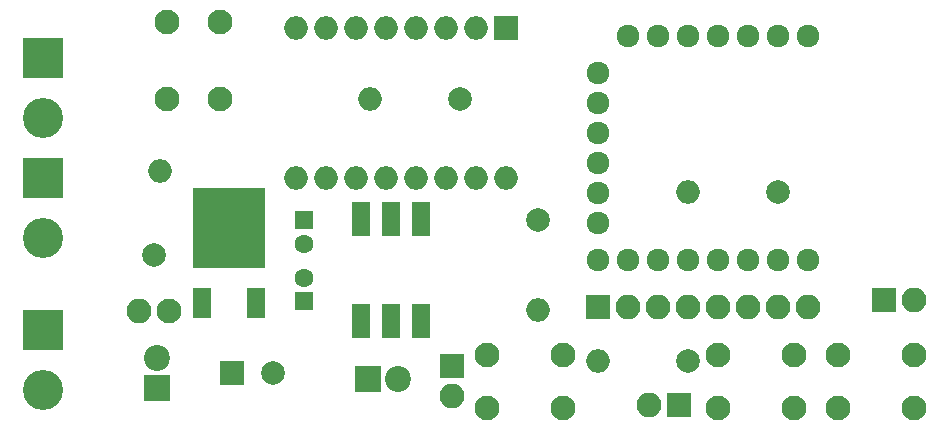
<source format=gbr>
G04 #@! TF.FileFunction,Soldermask,Top*
%FSLAX46Y46*%
G04 Gerber Fmt 4.6, Leading zero omitted, Abs format (unit mm)*
G04 Created by KiCad (PCBNEW 4.0.6) date 09/21/17 18:01:10*
%MOMM*%
%LPD*%
G01*
G04 APERTURE LIST*
%ADD10C,0.100000*%
%ADD11R,2.000000X2.000000*%
%ADD12C,2.000000*%
%ADD13R,1.600000X1.600000*%
%ADD14C,1.600000*%
%ADD15R,2.200000X2.200000*%
%ADD16C,2.200000*%
%ADD17R,1.520000X2.840000*%
%ADD18R,3.400000X3.400000*%
%ADD19C,3.400000*%
%ADD20O,2.000000X2.000000*%
%ADD21R,1.600000X2.600000*%
%ADD22R,6.200000X6.800000*%
%ADD23C,2.100000*%
%ADD24R,2.100000X2.100000*%
%ADD25O,2.100000X2.100000*%
%ADD26C,1.924000*%
G04 APERTURE END LIST*
D10*
D11*
X91948000Y-97790000D03*
D12*
X95448000Y-97790000D03*
D13*
X98107500Y-84836000D03*
D14*
X98107500Y-86836000D03*
D13*
X98107500Y-91694000D03*
D14*
X98107500Y-89694000D03*
D15*
X103505000Y-98298000D03*
D16*
X106045000Y-98298000D03*
D15*
X85598000Y-99060000D03*
D16*
X85598000Y-96520000D03*
D17*
X102870000Y-93332000D03*
X107950000Y-84722000D03*
X105410000Y-93332000D03*
X105410000Y-84722000D03*
X107950000Y-93332000D03*
X102870000Y-84722000D03*
D18*
X75946000Y-71120000D03*
D19*
X75946000Y-76200000D03*
D18*
X75946000Y-81280000D03*
D19*
X75946000Y-86360000D03*
D18*
X76009500Y-94170500D03*
D19*
X76009500Y-99250500D03*
D12*
X130556000Y-96774000D03*
D20*
X122936000Y-96774000D03*
D12*
X85407500Y-87757000D03*
D20*
X85852000Y-80708500D03*
D21*
X89414000Y-91830000D03*
X93974000Y-91830000D03*
D22*
X91694000Y-85530000D03*
D23*
X120038000Y-100766000D03*
X113538000Y-100766000D03*
X120038000Y-96266000D03*
X113538000Y-96266000D03*
X139596000Y-100766000D03*
X133096000Y-100766000D03*
X139596000Y-96266000D03*
X133096000Y-96266000D03*
X149756000Y-100766000D03*
X143256000Y-100766000D03*
X149756000Y-96266000D03*
X143256000Y-96266000D03*
X86432000Y-74572000D03*
X86432000Y-68072000D03*
X90932000Y-74572000D03*
X90932000Y-68072000D03*
D24*
X122936000Y-92202000D03*
D25*
X125476000Y-92202000D03*
X128016000Y-92202000D03*
X130556000Y-92202000D03*
X133096000Y-92202000D03*
X135636000Y-92202000D03*
X138176000Y-92202000D03*
X140716000Y-92202000D03*
D12*
X117856000Y-84836000D03*
D20*
X117856000Y-92456000D03*
D24*
X129794000Y-100457000D03*
D25*
X127254000Y-100457000D03*
D24*
X110617000Y-97155000D03*
D25*
X110617000Y-99695000D03*
D24*
X147193000Y-91567000D03*
D25*
X149733000Y-91567000D03*
D11*
X115214400Y-68554600D03*
D20*
X97434400Y-81254600D03*
X112674400Y-68554600D03*
X99974400Y-81254600D03*
X110134400Y-68554600D03*
X102514400Y-81254600D03*
X107594400Y-68554600D03*
X105054400Y-81254600D03*
X105054400Y-68554600D03*
X107594400Y-81254600D03*
X102514400Y-68554600D03*
X110134400Y-81254600D03*
X99974400Y-68554600D03*
X112674400Y-81254600D03*
X97434400Y-68554600D03*
X115214400Y-81254600D03*
D23*
X86622799Y-92506800D03*
D25*
X84082799Y-92506800D03*
D12*
X111252000Y-74612500D03*
D20*
X103632000Y-74612500D03*
D12*
X138176000Y-82423000D03*
D20*
X130556000Y-82423000D03*
D26*
X90360500Y-83820000D03*
X93027500Y-83883500D03*
X90360500Y-87185500D03*
X93091000Y-87249000D03*
X122936000Y-88204040D03*
X125476000Y-88204040D03*
X128016000Y-88204040D03*
X130556000Y-88204040D03*
X133096000Y-88204040D03*
X135636000Y-88204040D03*
X138176000Y-88204040D03*
X140716000Y-88204040D03*
X125476000Y-69281040D03*
X128016000Y-69281040D03*
X130556000Y-69281040D03*
X133096000Y-69281040D03*
X135636000Y-69281040D03*
X138176000Y-69281040D03*
X140716000Y-69281040D03*
X122936000Y-85090584D03*
X122936000Y-82550584D03*
X122936000Y-80010584D03*
X122936000Y-77470584D03*
X122936000Y-74930584D03*
X122936000Y-72390584D03*
M02*

</source>
